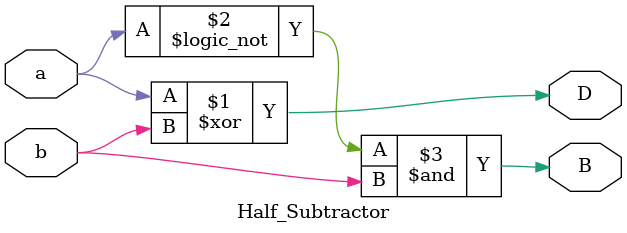
<source format=v>

module Half_Subtractor (
    input a, b,// Inputs
    output D, B// Outputs
);

    assign D = a ^ b;
    assign B = !a & b;

endmodule

</source>
